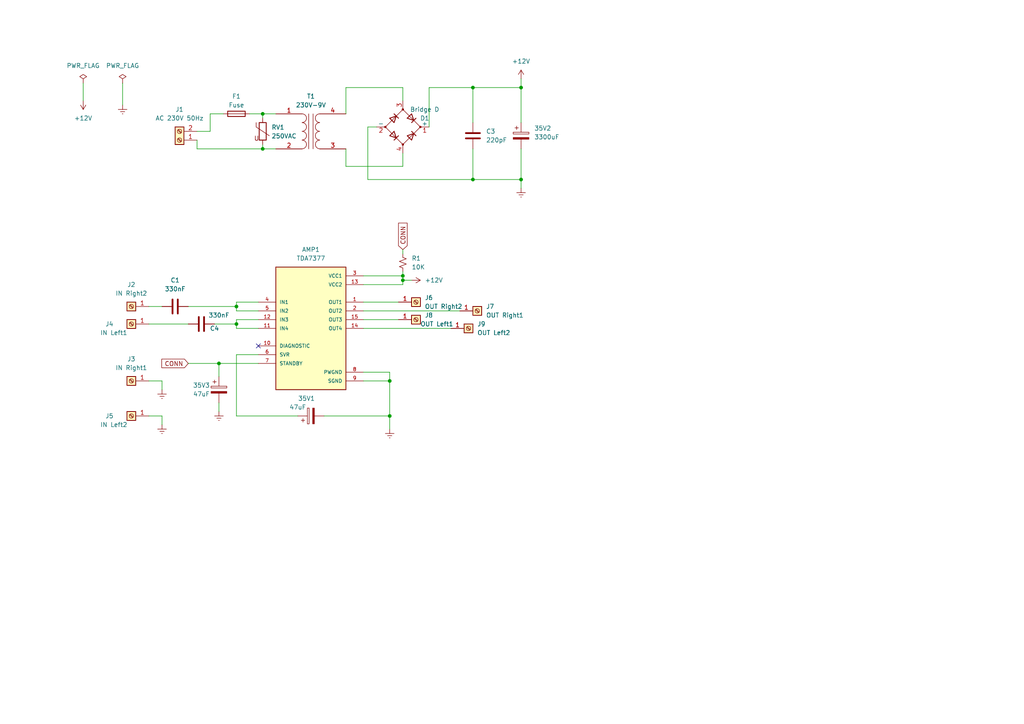
<source format=kicad_sch>
(kicad_sch (version 20230121) (generator eeschema)
  (paper "A4")
  (title_block (title "Stereo Amplifier Module ") (date "01.09.2023") (rev "1.0") (company "by Muxtar_Safarov"))
  (lib_symbols
    (symbol "Connector:Screw_Terminal_01x01" (pin_names (offset 1.016) hide)
      (property "Reference" "J" (at 0 2.54 0))
      (property "Value" "Screw_Terminal_01x01" (at 0 -2.54 0))
      (symbol "Screw_Terminal_01x01_1_1"
        (rectangle (start -1.27 1.27) (end 1.27 -1.27) (stroke (width 0.254)) (fill (type background)))
        (polyline (pts (xy -0.5334 0.3302) (xy 0.3302 -0.508)) (stroke (width 0.1524)))
        (polyline (pts (xy -0.3556 0.508) (xy 0.508 -0.3302)) (stroke (width 0.1524)))
        (circle (center 0 0) (radius 0.635) (stroke (width 0.1524)))
        (pin passive line (at -5.08 0 0) (length 3.81) (name "Pin_1") (number "1"))
      )
    )
    (symbol "Connector:Screw_Terminal_01x02" (pin_names (offset 1.016) hide)
      (property "Reference" "J" (at 0 2.54 0))
      (property "Value" "Screw_Terminal_01x02" (at 0 -5.08 0))
      (symbol "Screw_Terminal_01x02_1_1"
        (rectangle (start -1.27 1.27) (end 1.27 -3.81) (stroke (width 0.254)) (fill (type background)))
        (circle (center 0 -2.54) (radius 0.635) (stroke (width 0.1524)))
        (polyline (pts (xy -0.5334 -2.2098) (xy 0.3302 -3.048)) (stroke (width 0.1524)))
        (polyline (pts (xy -0.5334 0.3302) (xy 0.3302 -0.508)) (stroke (width 0.1524)))
        (polyline (pts (xy -0.3556 -2.032) (xy 0.508 -2.8702)) (stroke (width 0.1524)))
        (polyline (pts (xy -0.3556 0.508) (xy 0.508 -0.3302)) (stroke (width 0.1524)))
        (circle (center 0 0) (radius 0.635) (stroke (width 0.1524)))
        (pin passive line (at -5.08 0 0) (length 3.81) (name "Pin_1") (number "1"))
        (pin passive line (at -5.08 -2.54 0) (length 3.81) (name "Pin_2") (number "2"))
      )
    )
    (symbol "Device:C" (pin_numbers hide) (pin_names (offset 0.254))
      (property "Reference" "C" (at 0.635 2.54 0))
      (property "Value" "C" (at 0.635 -2.54 0))
      (symbol "C_0_1"
        (polyline (pts (xy -2.032 -0.762) (xy 2.032 -0.762)) (stroke (width 0.508)))
        (polyline (pts (xy -2.032 0.762) (xy 2.032 0.762)) (stroke (width 0.508)))
      )
      (symbol "C_1_1"
        (pin passive line (at 0 3.81 270) (length 2.794) (name "~") (number "1"))
        (pin passive line (at 0 -3.81 90) (length 2.794) (name "~") (number "2"))
      )
    )
    (symbol "Device:C_Polarized" (pin_numbers hide) (pin_names (offset 0.254))
      (property "Reference" "C" (at 0.635 2.54 0))
      (property "Value" "C_Polarized" (at 0.635 -2.54 0))
      (symbol "C_Polarized_0_1"
        (rectangle (start -2.286 0.508) (end 2.286 1.016))
        (polyline (pts (xy -1.778 2.286) (xy -0.762 2.286)))
        (polyline (pts (xy -1.27 2.794) (xy -1.27 1.778)))
        (rectangle (start 2.286 -0.508) (end -2.286 -1.016) (fill (type outline)))
      )
      (symbol "C_Polarized_1_1"
        (pin passive line (at 0 3.81 270) (length 2.794) (name "~") (number "1"))
        (pin passive line (at 0 -3.81 90) (length 2.794) (name "~") (number "2"))
      )
    )
    (symbol "Device:D_Bridge_+-AA" (pin_names (offset 0))
      (property "Reference" "D" (at 2.54 6.985 0))
      (property "Value" "D_Bridge_+-AA" (at 2.54 5.08 0))
      (symbol "D_Bridge_+-AA_0_1"
        (circle (center -5.08 0) (radius 0.254) (fill (type outline)))
        (circle (center 0 -5.08) (radius 0.254) (fill (type outline)))
        (polyline (pts (xy -2.54 3.81) (xy -1.27 2.54)) (stroke (width 0.254)))
        (polyline (pts (xy -1.27 -2.54) (xy -2.54 -3.81)) (stroke (width 0.254)))
        (polyline (pts (xy 2.54 -1.27) (xy 3.81 -2.54)) (stroke (width 0.254)))
        (polyline (pts (xy 2.54 1.27) (xy 3.81 2.54)) (stroke (width 0.254)))
        (polyline (pts (xy -3.81 2.54) (xy -2.54 1.27) (xy -1.905 3.175) (xy -3.81 2.54)) (stroke (width 0.254)))
        (polyline (pts (xy -2.54 -1.27) (xy -3.81 -2.54) (xy -1.905 -3.175) (xy -2.54 -1.27)) (stroke (width 0.254)))
        (polyline (pts (xy 1.27 2.54) (xy 2.54 3.81) (xy 3.175 1.905) (xy 1.27 2.54)) (stroke (width 0.254)))
        (polyline (pts (xy 3.175 -1.905) (xy 1.27 -2.54) (xy 2.54 -3.81) (xy 3.175 -1.905)) (stroke (width 0.254)))
        (polyline (pts (xy -5.08 0) (xy 0 -5.08) (xy 5.08 0) (xy 0 5.08) (xy -5.08 0)))
        (circle (center 0 5.08) (radius 0.254) (fill (type outline)))
        (circle (center 5.08 0) (radius 0.254) (fill (type outline)))
      )
      (symbol "D_Bridge_+-AA_1_1"
        (pin passive line (at 7.62 0 180) (length 2.54) (name "+") (number "1"))
        (pin passive line (at -7.62 0 0) (length 2.54) (name "-") (number "2"))
        (pin passive line (at 0 7.62 270) (length 2.54) (name "~") (number "3"))
        (pin passive line (at 0 -7.62 90) (length 2.54) (name "~") (number "4"))
      )
    )
    (symbol "Device:Fuse" (pin_numbers hide) (pin_names (offset 0))
      (property "Reference" "F" (at 2.032 0 90))
      (property "Value" "Fuse" (at -1.905 0 90))
      (symbol "Fuse_0_1"
        (rectangle (start -0.762 -2.54) (end 0.762 2.54) (stroke (width 0.254)))
        (polyline (pts (xy 0 2.54) (xy 0 -2.54)))
      )
      (symbol "Fuse_1_1"
        (pin passive line (at 0 3.81 270) (length 1.27) (name "~") (number "1"))
        (pin passive line (at 0 -3.81 90) (length 1.27) (name "~") (number "2"))
      )
    )
    (symbol "Device:R_Small_US" (pin_numbers hide) (pin_names (offset 0.254) hide)
      (property "Reference" "R" (at 0.762 0.508 0))
      (property "Value" "R_Small_US" (at 0.762 -1.016 0))
      (symbol "R_Small_US_1_1"
        (polyline (pts (xy 0 0) (xy 1.016 -0.381) (xy 0 -0.762) (xy -1.016 -1.143) (xy 0 -1.524)))
        (polyline (pts (xy 0 1.524) (xy 1.016 1.143) (xy 0 0.762) (xy -1.016 0.381) (xy 0 0)))
        (pin passive line (at 0 2.54 270) (length 1.016) (name "~") (number "1"))
        (pin passive line (at 0 -2.54 90) (length 1.016) (name "~") (number "2"))
      )
    )
    (symbol "Device:Transformer_1P_1S" (pin_names (offset 1.016) hide)
      (property "Reference" "T" (at 0 6.35 0))
      (property "Value" "Transformer_1P_1S" (at 0 -7.62 0))
      (symbol "Transformer_1P_1S_0_1"
        (arc (start -2.54 -5.0546) (mid -1.6599 -4.6901) (end -1.27 -3.81))
        (arc (start -2.54 -2.5146) (mid -1.6599 -2.1501) (end -1.27 -1.27))
        (arc (start -2.54 0.0254) (mid -1.6599 0.3899) (end -1.27 1.27))
        (arc (start -2.54 2.5654) (mid -1.6599 2.9299) (end -1.27 3.81))
        (arc (start -1.27 -3.81) (mid -1.642 -2.912) (end -2.54 -2.54))
        (arc (start -1.27 -1.27) (mid -1.642 -0.372) (end -2.54 0))
        (arc (start -1.27 1.27) (mid -1.642 2.168) (end -2.54 2.54))
        (arc (start -1.27 3.81) (mid -1.642 4.708) (end -2.54 5.08))
        (polyline (pts (xy -0.635 5.08) (xy -0.635 -5.08)))
        (polyline (pts (xy 0.635 -5.08) (xy 0.635 5.08)))
        (arc (start 1.2954 -1.27) (mid 1.6599 -2.1501) (end 2.54 -2.5146))
        (arc (start 1.2954 1.27) (mid 1.6599 0.3899) (end 2.54 0.0254))
        (arc (start 1.2954 3.81) (mid 1.6599 2.9299) (end 2.54 2.5654))
        (arc (start 1.3208 -3.81) (mid 1.6853 -4.6901) (end 2.5654 -5.0546))
        (arc (start 2.54 0) (mid 1.642 -0.372) (end 1.2954 -1.27))
        (arc (start 2.54 2.54) (mid 1.642 2.168) (end 1.2954 1.27))
        (arc (start 2.54 5.08) (mid 1.642 4.708) (end 1.2954 3.81))
        (arc (start 2.5654 -2.54) (mid 1.6674 -2.912) (end 1.3208 -3.81))
      )
      (symbol "Transformer_1P_1S_1_1"
        (pin passive line (at -10.16 5.08 0) (length 7.62) (name "AA") (number "1"))
        (pin passive line (at -10.16 -5.08 0) (length 7.62) (name "AB") (number "2"))
        (pin passive line (at 10.16 -5.08 180) (length 7.62) (name "SA") (number "3"))
        (pin passive line (at 10.16 5.08 180) (length 7.62) (name "SB") (number "4"))
      )
    )
    (symbol "Device:Varistor" (pin_numbers hide) (pin_names (offset 0))
      (property "Reference" "RV" (at 3.175 0 90))
      (property "Value" "Varistor" (at -3.175 0 90))
      (symbol "Varistor_0_0"
        (text "U" (at -1.778 -2.032 0) (effects (font (size 1.27 1.27))))
      )
      (symbol "Varistor_0_1"
        (rectangle (start -1.016 -2.54) (end 1.016 2.54) (stroke (width 0.254)))
        (polyline (pts (xy -1.905 2.54) (xy -1.905 1.27) (xy 1.905 -1.27)))
      )
      (symbol "Varistor_1_1"
        (pin passive line (at 0 3.81 270) (length 1.27) (name "~") (number "1"))
        (pin passive line (at 0 -3.81 90) (length 1.27) (name "~") (number "2"))
      )
    )
    (symbol "TDA7377:TDA7377" (pin_names (offset 1.016))
      (property "Reference" "AMP" (at -10.1699 17.7974 0))
      (property "Value" "TDA7377" (at -10.1752 -20.3504 0))
      (symbol "TDA7377_0_0"
        (rectangle (start -10.16 -17.78) (end 10.16 17.78) (stroke (width 0.254)) (fill (type background)))
        (pin output line (at 15.24 7.62 180) (length 5.08) (name "OUT1") (number "1"))
        (pin passive line (at -15.24 -5.08 0) (length 5.08) (name "DIAGNOSTIC") (number "10"))
        (pin input line (at -15.24 0 0) (length 5.08) (name "IN4") (number "11"))
        (pin input line (at -15.24 2.54 0) (length 5.08) (name "IN3") (number "12"))
        (pin power_in line (at 15.24 12.7 180) (length 5.08) (name "VCC2") (number "13"))
        (pin output line (at 15.24 0 180) (length 5.08) (name "OUT4") (number "14"))
        (pin output line (at 15.24 2.54 180) (length 5.08) (name "OUT3") (number "15"))
        (pin output line (at 15.24 5.08 180) (length 5.08) (name "OUT2") (number "2"))
        (pin power_in line (at 15.24 15.24 180) (length 5.08) (name "VCC1") (number "3"))
        (pin input line (at -15.24 7.62 0) (length 5.08) (name "IN1") (number "4"))
        (pin input line (at -15.24 5.08 0) (length 5.08) (name "IN2") (number "5"))
        (pin passive line (at -15.24 -7.62 0) (length 5.08) (name "SVR") (number "6"))
        (pin passive line (at -15.24 -10.16 0) (length 5.08) (name "STANDBY") (number "7"))
        (pin passive line (at 15.24 -12.7 180) (length 5.08) (name "PWGND") (number "8"))
        (pin passive line (at 15.24 -15.24 180) (length 5.08) (name "SGND") (number "9"))
      )
    )
    (symbol "power:+12V" (power) (pin_names (offset 0))
      (property "Value" "+12V" (at 0 3.556 0))
      (symbol "+12V_0_1"
        (polyline (pts (xy -0.762 1.27) (xy 0 2.54)))
        (polyline (pts (xy 0 0) (xy 0 2.54)))
        (polyline (pts (xy 0 2.54) (xy 0.762 1.27)))
      )
      (symbol "+12V_1_1"
        (pin power_in line (at 0 0 90) (length 0) hide (name "+12V") (number "1"))
      )
    )
    (symbol "power:Earth" (power) (pin_names (offset 0))
      (symbol "Earth_0_1"
        (polyline (pts (xy -0.635 -1.905) (xy 0.635 -1.905)))
        (polyline (pts (xy -0.127 -2.54) (xy 0.127 -2.54)))
        (polyline (pts (xy 0 -1.27) (xy 0 0)))
        (polyline (pts (xy 1.27 -1.27) (xy -1.27 -1.27)))
      )
      (symbol "Earth_1_1"
        (pin power_in line (at 0 0 270) (length 0) hide (name "Earth") (number "1"))
      )
    )
    (symbol "power:PWR_FLAG" (power) (pin_numbers hide) (pin_names (offset 0) hide)
      (property "Value" "PWR_FLAG" (at 0 3.81 0))
      (symbol "PWR_FLAG_0_0"
        (pin power_out line (at 0 0 90) (length 0) (name "pwr") (number "1"))
      )
      (symbol "PWR_FLAG_0_1"
        (polyline (pts (xy 0 0) (xy 0 1.27) (xy -1.016 1.905) (xy 0 2.54) (xy 1.016 1.905) (xy 0 1.27)))
      )
    )
  )
  (junction (at 151.13 52.07))
  (junction (at 76.2 43.18))
  (junction (at 116.84 81.28))
  (junction (at 63.5 105.41))
  (junction (at 116.84 80.01))
  (junction (at 113.03 110.49))
  (junction (at 137.16 52.07))
  (junction (at 151.13 25.4))
  (junction (at 68.58 93.98))
  (junction (at 113.03 120.65))
  (junction (at 76.2 33.02))
  (junction (at 137.16 25.4))
  (junction (at 68.58 88.9))
  (no_connect (at 74.93 100.33))
  (wire (pts (xy 43.18 110.49) (xy 46.99 110.49)))
  (wire (pts (xy 151.13 35.56) (xy 151.13 25.4)))
  (wire (pts (xy 137.16 25.4) (xy 137.16 35.56)))
  (wire (pts (xy 60.96 33.02) (xy 60.96 38.1)))
  (wire (pts (xy 76.2 33.02) (xy 80.01 33.02)))
  (wire (pts (xy 124.46 36.83) (xy 124.46 25.4)))
  (wire (pts (xy 72.39 33.02) (xy 76.2 33.02)))
  (wire (pts (xy 113.03 110.49) (xy 113.03 120.65)))
  (wire (pts (xy 113.03 120.65) (xy 113.03 124.46)))
  (wire (pts (xy 63.5 105.41) (xy 74.93 105.41)))
  (wire (pts (xy 105.41 87.63) (xy 115.57 87.63)))
  (wire (pts (xy 113.03 107.95) (xy 113.03 110.49)))
  (wire (pts (xy 43.18 120.65) (xy 46.99 120.65)))
  (wire (pts (xy 119.38 81.28) (xy 116.84 81.28)))
  (wire (pts (xy 105.41 82.55) (xy 116.84 82.55)))
  (wire (pts (xy 105.41 95.25) (xy 130.81 95.25)))
  (wire (pts (xy 68.58 92.71) (xy 74.93 92.71)))
  (wire (pts (xy 109.22 36.83) (xy 106.68 36.83)))
  (wire (pts (xy 106.68 52.07) (xy 137.16 52.07)))
  (wire (pts (xy 46.99 120.65) (xy 46.99 123.19)))
  (wire (pts (xy 105.41 90.17) (xy 133.35 90.17)))
  (wire (pts (xy 105.41 110.49) (xy 113.03 110.49)))
  (wire (pts (xy 100.33 25.4) (xy 100.33 33.02)))
  (wire (pts (xy 60.96 38.1) (xy 57.15 38.1)))
  (wire (pts (xy 54.61 105.41) (xy 63.5 105.41)))
  (wire (pts (xy 46.99 110.49) (xy 46.99 113.03)))
  (wire (pts (xy 105.41 80.01) (xy 116.84 80.01)))
  (wire (pts (xy 35.56 24.13) (xy 35.56 30.48)))
  (wire (pts (xy 151.13 52.07) (xy 137.16 52.07)))
  (wire (pts (xy 151.13 43.18) (xy 151.13 52.07)))
  (wire (pts (xy 68.58 95.25) (xy 68.58 93.98)))
  (wire (pts (xy 100.33 43.18) (xy 100.33 48.26)))
  (wire (pts (xy 151.13 52.07) (xy 151.13 54.61)))
  (wire (pts (xy 63.5 105.41) (xy 63.5 109.22)))
  (wire (pts (xy 68.58 90.17) (xy 74.93 90.17)))
  (wire (pts (xy 43.18 93.98) (xy 54.61 93.98)))
  (wire (pts (xy 116.84 48.26) (xy 116.84 44.45)))
  (wire (pts (xy 63.5 116.84) (xy 63.5 119.38)))
  (wire (pts (xy 105.41 107.95) (xy 113.03 107.95)))
  (wire (pts (xy 74.93 95.25) (xy 68.58 95.25)))
  (wire (pts (xy 68.58 120.65) (xy 86.36 120.65)))
  (wire (pts (xy 116.84 25.4) (xy 100.33 25.4)))
  (wire (pts (xy 68.58 102.87) (xy 68.58 120.65)))
  (wire (pts (xy 116.84 80.01) (xy 116.84 81.28)))
  (wire (pts (xy 64.77 33.02) (xy 60.96 33.02)))
  (wire (pts (xy 93.98 120.65) (xy 113.03 120.65)))
  (wire (pts (xy 74.93 102.87) (xy 68.58 102.87)))
  (wire (pts (xy 68.58 88.9) (xy 68.58 90.17)))
  (wire (pts (xy 100.33 48.26) (xy 116.84 48.26)))
  (wire (pts (xy 116.84 29.21) (xy 116.84 25.4)))
  (wire (pts (xy 57.15 43.18) (xy 76.2 43.18)))
  (wire (pts (xy 74.93 87.63) (xy 68.58 87.63)))
  (wire (pts (xy 54.61 88.9) (xy 68.58 88.9)))
  (wire (pts (xy 151.13 25.4) (xy 137.16 25.4)))
  (wire (pts (xy 116.84 82.55) (xy 116.84 81.28)))
  (wire (pts (xy 151.13 22.86) (xy 151.13 25.4)))
  (wire (pts (xy 116.84 72.39) (xy 116.84 73.66)))
  (wire (pts (xy 105.41 92.71) (xy 115.57 92.71)))
  (wire (pts (xy 57.15 40.64) (xy 57.15 43.18)))
  (wire (pts (xy 116.84 78.74) (xy 116.84 80.01)))
  (wire (pts (xy 106.68 36.83) (xy 106.68 52.07)))
  (wire (pts (xy 68.58 87.63) (xy 68.58 88.9)))
  (wire (pts (xy 68.58 93.98) (xy 68.58 92.71)))
  (wire (pts (xy 124.46 25.4) (xy 137.16 25.4)))
  (wire (pts (xy 62.23 93.98) (xy 68.58 93.98)))
  (wire (pts (xy 76.2 41.91) (xy 76.2 43.18)))
  (wire (pts (xy 43.18 88.9) (xy 46.99 88.9)))
  (wire (pts (xy 24.13 24.13) (xy 24.13 29.21)))
  (wire (pts (xy 76.2 33.02) (xy 76.2 34.29)))
  (wire (pts (xy 137.16 52.07) (xy 137.16 43.18)))
  (wire (pts (xy 76.2 43.18) (xy 80.01 43.18)))
  (global_label "CONN" (shape input) (at 54.61 105.41 180) (property "Intersheetrefs" "${INTERSHEET_REFS}" (effects hide)))
  (global_label "CONN" (shape input) (at 116.84 72.39 90) (property "Intersheetrefs" "${INTERSHEET_REFS}" (effects hide)))
  (symbol (lib_id "Connector:Screw_Terminal_01x01") (at 38.1 88.9 180) (unit 1)
    (property "Reference" "J2" (at 38.1 82.55 0))
    (property "Value" "IN Right2" (at 38.1 85.09 0))
    (property "Footprint" "TerminalBlock_MetzConnect:TerminalBlock_MetzConnect_360271_1x01_Horizontal_ScrewM3.0_Boxed" (effects hide))
  )
  (symbol (lib_id "power:+12V") (at 24.13 29.21 180) (unit 1)
    (property "Reference" "#PWR03" (effects hide))
    (property "Value" "+12V" (at 24.13 34.29 0))
  )
  (symbol (lib_id "Connector:Screw_Terminal_01x01") (at 120.65 92.71 0) (unit 1)
    (property "Reference" "J8" (at 123.19 91.44 0) (effects (justify left)))
    (property "Value" "OUT Left1" (at 121.92 93.98 0) (effects (justify left)))
    (property "Footprint" "TerminalBlock_MetzConnect:TerminalBlock_MetzConnect_360271_1x01_Horizontal_ScrewM3.0_Boxed" (effects hide))
  )
  (symbol (lib_id "Connector:Screw_Terminal_01x01") (at 120.65 87.63 0) (unit 1)
    (property "Reference" "J6" (at 123.19 86.36 0) (effects (justify left)))
    (property "Value" "OUT Right2" (at 123.19 88.9 0) (effects (justify left)))
    (property "Footprint" "TerminalBlock_MetzConnect:TerminalBlock_MetzConnect_360271_1x01_Horizontal_ScrewM3.0_Boxed" (effects hide))
  )
  (symbol (lib_id "Device:C_Polarized") (at 90.17 120.65 90) (unit 1)
    (property "Reference" "35V1" (at 88.9 115.57 90))
    (property "Value" "47uF" (at 86.36 118.11 90))
    (property "Footprint" "Capacitor_THT:CP_Radial_D10.0mm_P7.50mm" (effects hide))
  )
  (symbol (lib_id "power:+12V") (at 151.13 22.86 0) (unit 1)
    (property "Reference" "#PWR01" (effects hide))
    (property "Value" "+12V" (at 151.13 17.78 0))
  )
  (symbol (lib_id "Device:C") (at 50.8 88.9 90) (unit 1)
    (property "Reference" "C1" (at 50.8 81.28 90))
    (property "Value" "330nF" (at 50.8 83.82 90))
    (property "Footprint" "Capacitor_THT:C_Disc_D11.0mm_W5.0mm_P10.00mm" (effects hide))
  )
  (symbol (lib_id "Connector:Screw_Terminal_01x01") (at 38.1 120.65 180) (unit 1)
    (property "Reference" "J5" (at 31.75 120.65 0))
    (property "Value" "IN Left2" (at 33.02 123.19 0))
    (property "Footprint" "TerminalBlock_MetzConnect:TerminalBlock_MetzConnect_360271_1x01_Horizontal_ScrewM3.0_Boxed" (effects hide))
  )
  (symbol (lib_id "Device:Varistor") (at 76.2 38.1 0) (unit 1)
    (property "Reference" "RV1" (at 78.74 36.9292 0) (effects (justify left)))
    (property "Value" "250VAC" (at 78.74 39.4692 0) (effects (justify left)))
    (property "Footprint" "Varistor:RV_Disc_D21.5mm_W5.1mm_P10mm" (effects hide))
    (property "Sim.Name" "kicad_builtin_varistor" (effects hide))
    (property "Sim.Device" "SUBCKT" (effects hide))
    (property "Sim.Pins" "1=A 2=B" (effects hide))
    (property "Sim.Params" "threshold=1k" (effects hide))
    (property "Sim.Library" "${KICAD7_SYMBOL_DIR}/Simulation_SPICE.sp" (effects hide))
  )
  (symbol (lib_id "Device:Fuse") (at 68.58 33.02 90) (unit 1)
    (property "Reference" "F1" (at 68.58 27.94 90))
    (property "Value" "Fuse" (at 68.58 30.48 90))
    (property "Footprint" "Fuse:Fuse_Bourns_MF-RHT750" (effects hide))
  )
  (symbol (lib_id "power:Earth") (at 151.13 54.61 0) (unit 1)
    (property "Reference" "#PWR02" (effects hide))
    (property "Value" "Earth" (effects hide))
  )
  (symbol (lib_id "power:Earth") (at 46.99 113.03 0) (unit 1)
    (property "Reference" "#PWR05" (effects hide))
    (property "Value" "Earth" (effects hide))
  )
  (symbol (lib_id "Device:D_Bridge_+-AA") (at 116.84 36.83 0) (unit 1)
    (property "Reference" "D1" (at 123.19 34.29 0))
    (property "Value" "Bridge D" (at 123.19 31.75 0))
    (property "Footprint" "Diode_THT:Diode_Bridge_Vishay_GBU" (effects hide))
  )
  (symbol (lib_id "power:Earth") (at 113.03 124.46 0) (unit 1)
    (property "Reference" "#PWR07" (effects hide))
    (property "Value" "Earth" (effects hide))
  )
  (symbol (lib_id "Device:R_Small_US") (at 116.84 76.2 0) (unit 1)
    (property "Reference" "R1" (at 119.38 74.93 0) (effects (justify left)))
    (property "Value" "10K" (at 119.38 77.47 0) (effects (justify left)))
    (property "Footprint" "Resistor_THT:R_Axial_DIN0207_L6.3mm_D2.5mm_P15.24mm_Horizontal" (effects hide))
  )
  (symbol (lib_id "Device:C_Polarized") (at 151.13 39.37 0) (unit 1)
    (property "Reference" "35V2" (at 154.94 37.211 0) (effects (justify left)))
    (property "Value" "3300uF" (at 154.94 39.751 0) (effects (justify left)))
    (property "Footprint" "Capacitor_THT:CP_Radial_D17.0mm_P7.50mm" (effects hide))
  )
  (symbol (lib_id "power:PWR_FLAG") (at 35.56 24.13 0) (unit 1)
    (property "Reference" "#FLG02" (effects hide))
    (property "Value" "PWR_FLAG" (at 35.56 19.05 0))
  )
  (symbol (lib_id "Device:C") (at 137.16 39.37 0) (unit 1)
    (property "Reference" "C3" (at 140.97 38.1 0) (effects (justify left)))
    (property "Value" "220pF" (at 140.97 40.64 0) (effects (justify left)))
    (property "Footprint" "Capacitor_THT:C_Disc_D11.0mm_W5.0mm_P10.00mm" (effects hide))
  )
  (symbol (lib_id "Connector:Screw_Terminal_01x02") (at 52.07 40.64 180) (unit 1)
    (property "Reference" "J1" (at 52.07 31.75 0))
    (property "Value" "AC 230V 50Hz" (at 52.07 34.29 0))
    (property "Footprint" "TerminalBlock_Phoenix:TerminalBlock_Phoenix_MKDS-1,5-2_1x02_P5.00mm_Horizontal" (effects hide))
  )
  (symbol (lib_id "Connector:Screw_Terminal_01x01") (at 38.1 110.49 180) (unit 1)
    (property "Reference" "J3" (at 38.1 104.14 0))
    (property "Value" "IN Right1" (at 38.1 106.68 0))
    (property "Footprint" "TerminalBlock_MetzConnect:TerminalBlock_MetzConnect_360271_1x01_Horizontal_ScrewM3.0_Boxed" (effects hide))
  )
  (symbol (lib_id "Connector:Screw_Terminal_01x01") (at 135.89 95.25 0) (unit 1)
    (property "Reference" "J9" (at 138.43 93.98 0) (effects (justify left)))
    (property "Value" "OUT Left2" (at 138.43 96.52 0) (effects (justify left)))
    (property "Footprint" "TerminalBlock_MetzConnect:TerminalBlock_MetzConnect_360271_1x01_Horizontal_ScrewM3.0_Boxed" (effects hide))
  )
  (symbol (lib_id "Connector:Screw_Terminal_01x01") (at 38.1 93.98 180) (unit 1)
    (property "Reference" "J4" (at 31.75 93.98 0))
    (property "Value" "IN Left1" (at 33.02 96.52 0))
    (property "Footprint" "TerminalBlock_MetzConnect:TerminalBlock_MetzConnect_360271_1x01_Horizontal_ScrewM3.0_Boxed" (effects hide))
  )
  (symbol (lib_id "power:+12V") (at 119.38 81.28 270) (unit 1)
    (property "Reference" "#PWR08" (effects hide))
    (property "Value" "+12V" (at 123.19 81.28 90) (effects (justify left)))
  )
  (symbol (lib_id "Device:C_Polarized") (at 63.5 113.03 0) (unit 1)
    (property "Reference" "35V3" (at 58.42 111.76 0))
    (property "Value" "47uF" (at 58.42 114.3 0))
    (property "Footprint" "Capacitor_THT:CP_Radial_D10.0mm_P7.50mm" (effects hide))
  )
  (symbol (lib_id "Connector:Screw_Terminal_01x01") (at 138.43 90.17 0) (unit 1)
    (property "Reference" "J7" (at 140.97 88.9 0) (effects (justify left)))
    (property "Value" "OUT Right1" (at 140.97 91.44 0) (effects (justify left)))
    (property "Footprint" "TerminalBlock_MetzConnect:TerminalBlock_MetzConnect_360271_1x01_Horizontal_ScrewM3.0_Boxed" (effects hide))
  )
  (symbol (lib_id "Device:Transformer_1P_1S") (at 90.17 38.1 0) (unit 1)
    (property "Reference" "T1" (at 90.1827 27.94 0))
    (property "Value" "230V-9V" (at 90.1827 30.48 0))
    (property "Footprint" "Transformer_THT:Transformer_CHK_EI38-3VA_2xSec" (effects hide))
  )
  (symbol (lib_id "Device:C") (at 58.42 93.98 90) (unit 1)
    (property "Reference" "C4" (at 62.23 95.25 90))
    (property "Value" "330nF" (at 63.5 91.44 90))
    (property "Footprint" "Capacitor_THT:C_Disc_D11.0mm_W5.0mm_P10.00mm" (effects hide))
  )
  (symbol (lib_id "power:Earth") (at 63.5 119.38 0) (unit 1)
    (property "Reference" "#PWR09" (effects hide))
    (property "Value" "Earth" (effects hide))
  )
  (symbol (lib_id "power:PWR_FLAG") (at 24.13 24.13 0) (unit 1)
    (property "Reference" "#FLG01" (effects hide))
    (property "Value" "PWR_FLAG" (at 24.13 19.05 0))
  )
  (symbol (lib_id "TDA7377:TDA7377") (at 90.17 95.25 0) (unit 1)
    (property "Reference" "AMP1" (at 90.17 72.39 0))
    (property "Value" "TDA7377" (at 90.17 74.93 0))
    (property "Footprint" "TDA7377:AMP_TDA7377" (effects hide))
    (property "MF" "STMicroelectronics" (effects hide))
    (property "Description" "\nAmplifiers, Buffers, pwr, circuits, amplifier, Audio Amplifiers, Semiconductors and Actives, amp, ic, audio, integrated\n" (effects hide))
    (property "Package" "Multiwatt-15 STMicroelectronics" (effects hide))
    (property "Price" "None" (effects hide))
    (property "Check_prices" "https://www.snapeda.com/parts/TDA7377/STMicroelectronics/view-part/?ref=eda" (effects hide))
    (property "SnapEDA_Link" "https://www.snapeda.com/parts/TDA7377/STMicroelectronics/view-part/?ref=snap" (effects hide))
    (property "MP" "TDA7377" (effects hide))
    (property "Availability" "In Stock" (effects hide))
    (property "MANUFACTURER" "MCM Electronics" (effects hide))
  )
  (symbol (lib_id "power:Earth") (at 46.99 123.19 0) (unit 1)
    (property "Reference" "#PWR06" (effects hide))
    (property "Value" "Earth" (effects hide))
  )
  (symbol (lib_id "power:Earth") (at 35.56 30.48 0) (unit 1)
    (property "Reference" "#PWR04" (effects hide))
    (property "Value" "Earth" (effects hide))
  )
)
</source>
